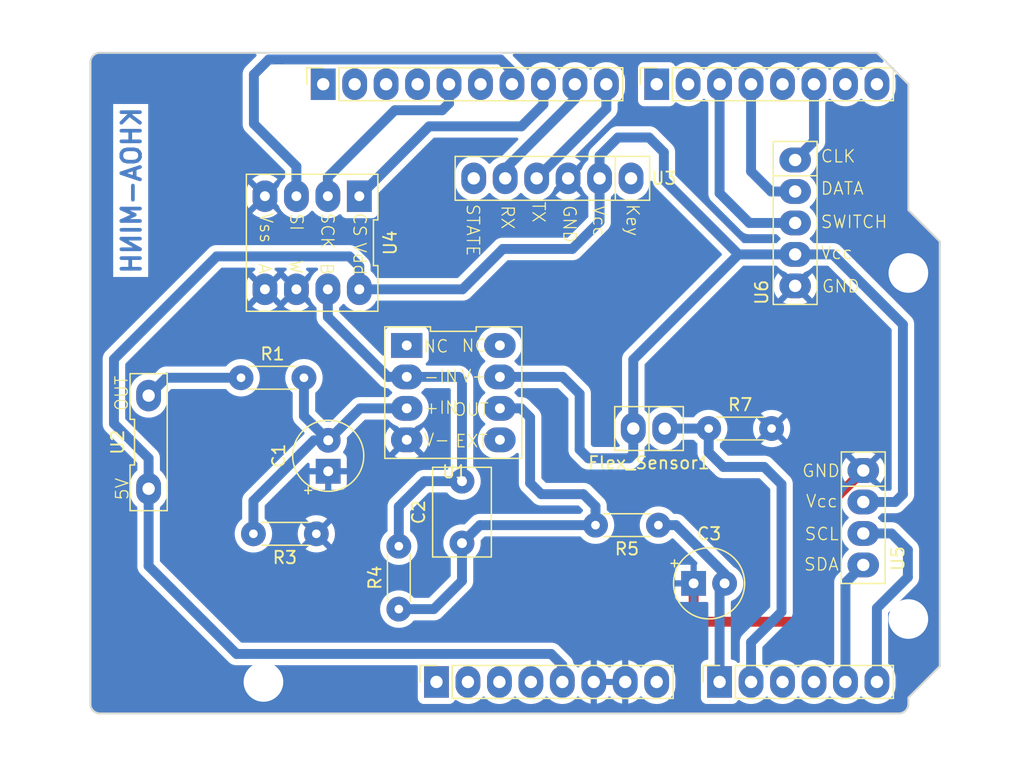
<source format=kicad_pcb>
(kicad_pcb (version 20221018) (generator pcbnew)
  (title_block (date "mar. 31 mars 2015"))
  (layers (0 "F.Cu" signal) (31 "B.Cu" signal) (34 "B.Paste" user) (35 "F.Paste" user) (36 "B.SilkS" user "B.Silkscreen") (37 "F.SilkS" user "F.Silkscreen") (38 "B.Mask" user) (39 "F.Mask" user) (44 "Edge.Cuts" user))
  (net 0 "")
  (net 1 "GND")
  (net 3 "5V")
  (net 4 "/IOREF")
  (net 5 "Vcc")
  (net 6 "Voltage_diviseur")
  (net 7 "/A2")
  (net 8 "/A3")
  (net 9 "SCL")
  (net 10 "SDA")
  (net 11 "SCK")
  (net 12 "/12")
  (net 13 "/AREF")
  (net 14 "RX")
  (net 15 "/7")
  (net 16 "SI")
  (net 17 "CS")
  (net 18 "TX")
  (net 19 "/*6")
  (net 20 "/TX{slash}1")
  (net 21 "/*3")
  (net 22 "/RX{slash}0")
  (net 23 "+3V3")
  (net 24 "ADC")
  (net 25 "/~{RESET}")
  (net 27 "Net-(U1--IN)")
  (net 28 "Net-(U1-+IN)")
  (net 30 "Net-(U1-OUT)")
  (net 34 "CLK")
  (net 35 "DATA")
  (net 36 "Switch")
  (net 37 "Net-(U2-OUT)")
  (footprint "Connector_PinSocket_2.54mm:PinSocket_1x08_P2.54mm_Vertical" (layer "F.Cu") (at 127.94 97.46 90)
    (fp_text reference "J1" hide)
    (fp_text value "Power")
    (fp_line (start -1.33 1.27) (end -1.33 19.11) (stroke (width 0.12)) (layer "F.SilkS"))
    (fp_line (start -1.33 1.27) (end 1.33 1.27) (stroke (width 0.12)) (layer "F.SilkS"))
    (fp_line (start -1.33 19.11) (end 1.33 19.11) (stroke (width 0.12)) (layer "F.SilkS"))
    (fp_line (start 0 -1.33) (end 1.33 -1.33) (stroke (width 0.12)) (layer "F.SilkS"))
    (fp_line (start 1.33 -1.33) (end 1.33 0) (stroke (width 0.12)) (layer "F.SilkS"))
    (fp_line (start 1.33 1.27) (end 1.33 19.11) (stroke (width 0.12)) (layer "F.SilkS"))
    (pad "1" thru_hole rect locked (at 0 0 90) (size 2.54 2) (drill 1) (layers "*.Cu" "*.Mask"))
    (pad "2" thru_hole oval locked (at 0 2.54 90) (size 2.54 2) (drill 1) (layers "*.Cu" "*.Mask") (net 4 "/IOREF"))
    (pad "3" thru_hole oval locked (at 0 5.08 90) (size 2.54 2) (drill 1) (layers "*.Cu" "*.Mask") (net 25 "/~{RESET}"))
    (pad "4" thru_hole oval locked (at 0 7.62 90) (size 2.54 2) (drill 1) (layers "*.Cu" "*.Mask") (net 23 "+3V3"))
    (pad "5" thru_hole oval locked (at 0 10.16 90) (size 2.54 2) (drill 1) (layers "*.Cu" "*.Mask") (net 3 "5V"))
    (pad "6" thru_hole oval locked (at 0 12.7 90) (size 2.54 2) (drill 1) (layers "*.Cu" "*.Mask") (net 1 "GND"))
    (pad "7" thru_hole oval locked (at 0 15.24 90) (size 2.54 2) (drill 1) (layers "*.Cu" "*.Mask") (net 1 "GND"))
    (pad "8" thru_hole oval locked (at 0 17.78 90) (size 2.54 2) (drill 1) (layers "*.Cu" "*.Mask") (net 5 "Vcc"))
  )
  (footprint "Connector_PinSocket_2.54mm:PinSocket_1x06_P2.54mm_Vertical" (layer "F.Cu") (at 150.8 97.46 90)
    (fp_text reference "J3" hide)
    (fp_text value "Analog")
    (fp_line (start -1.33 1.27) (end -1.33 14.03) (stroke (width 0.12)) (layer "F.SilkS"))
    (fp_line (start -1.33 1.27) (end 1.33 1.27) (stroke (width 0.12)) (layer "F.SilkS"))
    (fp_line (start -1.33 14.03) (end 1.33 14.03) (stroke (width 0.12)) (layer "F.SilkS"))
    (fp_line (start 0 -1.33) (end 1.33 -1.33) (stroke (width 0.12)) (layer "F.SilkS"))
    (fp_line (start 1.33 -1.33) (end 1.33 0) (stroke (width 0.12)) (layer "F.SilkS"))
    (fp_line (start 1.33 1.27) (end 1.33 14.03) (stroke (width 0.12)) (layer "F.SilkS"))
    (pad "1" thru_hole rect locked (at 0 0 90) (size 2.54 2) (drill 1) (layers "*.Cu" "*.Mask") (net 24 "ADC"))
    (pad "2" thru_hole oval locked (at 0 2.54 90) (size 2.54 2) (drill 1) (layers "*.Cu" "*.Mask") (net 6 "Voltage_diviseur"))
    (pad "3" thru_hole oval locked (at 0 5.08 90) (size 2.54 2) (drill 1) (layers "*.Cu" "*.Mask") (net 7 "/A2"))
    (pad "4" thru_hole oval locked (at 0 7.62 90) (size 2.54 2) (drill 1) (layers "*.Cu" "*.Mask") (net 8 "/A3"))
    (pad "5" thru_hole oval locked (at 0 10.16 90) (size 2.54 2) (drill 1) (layers "*.Cu" "*.Mask") (net 10 "SDA"))
    (pad "6" thru_hole oval locked (at 0 12.7 90) (size 2.54 2) (drill 1) (layers "*.Cu" "*.Mask") (net 9 "SCL"))
  )
  (footprint "Connector_PinSocket_2.54mm:PinSocket_1x10_P2.54mm_Vertical" (layer "F.Cu") (at 118.796 49.2 90)
    (fp_text reference "J2" hide)
    (fp_text value "Digital/PWM")
    (fp_line (start -1.33 1.27) (end -1.33 24.19) (stroke (width 0.12)) (layer "F.SilkS"))
    (fp_line (start -1.33 1.27) (end 1.33 1.27) (stroke (width 0.12)) (layer "F.SilkS"))
    (fp_line (start -1.33 24.19) (end 1.33 24.19) (stroke (width 0.12)) (layer "F.SilkS"))
    (fp_line (start 0 -1.33) (end 1.33 -1.33) (stroke (width 0.12)) (layer "F.SilkS"))
    (fp_line (start 1.33 -1.33) (end 1.33 0) (stroke (width 0.12)) (layer "F.SilkS"))
    (fp_line (start 1.33 1.27) (end 1.33 24.19) (stroke (width 0.12)) (layer "F.SilkS"))
    (pad "1" thru_hole rect locked (at 0 0 90) (size 2.54 2) (drill 1) (layers "*.Cu" "*.Mask"))
    (pad "2" thru_hole oval locked (at 0 2.54 90) (size 2.54 2) (drill 1) (layers "*.Cu" "*.Mask"))
    (pad "3" thru_hole oval locked (at 0 5.08 90) (size 2.54 2) (drill 1) (layers "*.Cu" "*.Mask") (net 13 "/AREF"))
    (pad "4" thru_hole oval locked (at 0 7.62 90) (size 2.54 2) (drill 1) (layers "*.Cu" "*.Mask") (net 1 "GND"))
    (pad "5" thru_hole oval locked (at 0 10.16 90) (size 2.54 2) (drill 1) (layers "*.Cu" "*.Mask") (net 11 "SCK"))
    (pad "6" thru_hole oval locked (at 0 12.7 90) (size 2.54 2) (drill 1) (layers "*.Cu" "*.Mask") (net 12 "/12"))
    (pad "7" thru_hole oval locked (at 0 15.24 90) (size 2.54 2) (drill 1) (layers "*.Cu" "*.Mask") (net 16 "SI"))
    (pad "8" thru_hole oval locked (at 0 17.78 90) (size 2.54 2) (drill 1) (layers "*.Cu" "*.Mask") (net 17 "CS"))
    (pad "9" thru_hole oval locked (at 0 20.32 90) (size 2.54 2) (drill 1) (layers "*.Cu" "*.Mask") (net 14 "RX"))
    (pad "10" thru_hole oval locked (at 0 22.86 90) (size 2.54 2) (drill 1) (layers "*.Cu" "*.Mask") (net 18 "TX"))
  )
  (footprint "Connector_PinSocket_2.54mm:PinSocket_1x08_P2.54mm_Vertical" (layer "F.Cu") (at 145.72 49.2 90)
    (fp_text reference "J4" hide)
    (fp_text value "Digital/PWM")
    (fp_line (start -1.33 1.27) (end -1.33 19.11) (stroke (width 0.12)) (layer "F.SilkS"))
    (fp_line (start -1.33 1.27) (end 1.33 1.27) (stroke (width 0.12)) (layer "F.SilkS"))
    (fp_line (start -1.33 19.11) (end 1.33 19.11) (stroke (width 0.12)) (layer "F.SilkS"))
    (fp_line (start 0 -1.33) (end 1.33 -1.33) (stroke (width 0.12)) (layer "F.SilkS"))
    (fp_line (start 1.33 -1.33) (end 1.33 0) (stroke (width 0.12)) (layer "F.SilkS"))
    (fp_line (start 1.33 1.27) (end 1.33 19.11) (stroke (width 0.12)) (layer "F.SilkS"))
    (pad "1" thru_hole rect locked (at 0 0 90) (size 2.54 2) (drill 1) (layers "*.Cu" "*.Mask") (net 15 "/7"))
    (pad "2" thru_hole oval locked (at 0 2.54 90) (size 2.54 2) (drill 1) (layers "*.Cu" "*.Mask") (net 19 "/*6"))
    (pad "3" thru_hole oval locked (at 0 5.08 90) (size 2.54 2) (drill 1) (layers "*.Cu" "*.Mask") (net 36 "Switch"))
    (pad "4" thru_hole oval locked (at 0 7.62 90) (size 2.54 2) (drill 1) (layers "*.Cu" "*.Mask") (net 35 "DATA"))
    (pad "5" thru_hole oval locked (at 0 10.16 90) (size 2.54 2) (drill 1) (layers "*.Cu" "*.Mask") (net 21 "/*3"))
    (pad "6" thru_hole oval locked (at 0 12.7 90) (size 2.54 2) (drill 1) (layers "*.Cu" "*.Mask") (net 34 "CLK"))
    (pad "7" thru_hole oval locked (at 0 15.24 90) (size 2.54 2) (drill 1) (layers "*.Cu" "*.Mask") (net 20 "/TX{slash}1"))
    (pad "8" thru_hole oval locked (at 0 17.78 90) (size 2.54 2) (drill 1) (layers "*.Cu" "*.Mask") (net 22 "/RX{slash}0"))
  )
  (footprint "Capacitor_THT:C_Rect_L7.0mm_W4.5mm_P5.00mm" (layer "F.Cu") (at 130 86.25 90)
    (fp_text reference "C2" (at 2.5 -3.5 90) (layer "F.SilkS"))
    (fp_text value "1u")
    (fp_line (start -1.12 -2.37) (end -1.12 2.37) (stroke (width 0.12)) (layer "F.SilkS"))
    (fp_line (start -1.12 -2.37) (end 6.12 -2.37) (stroke (width 0.12)) (layer "F.SilkS"))
    (fp_line (start -1.12 2.37) (end 6.12 2.37) (stroke (width 0.12)) (layer "F.SilkS"))
    (fp_line (start 6.12 -2.37) (end 6.12 2.37) (stroke (width 0.12)) (layer "F.SilkS"))
    (pad "1" thru_hole circle (at 0 0 90) (size 2 2) (drill 0.8) (layers "*.Cu" "*.Mask") (net 30 "Net-(U1-OUT)"))
    (pad "2" thru_hole circle (at 5 0 90) (size 2 2) (drill 0.8) (layers "*.Cu" "*.Mask") (net 27 "Net-(U1--IN)"))
  )
  (footprint "Library_insa_project:Encodeur rotatoire" (layer "F.Cu") (at 156.9 60.4 -90)
    (fp_text reference "U6" (at 5.6 2.7 90) (layer "F.SilkS"))
    (fp_text value "Encode_Rota")
    (fp_text user "DATA" (at -2.2 -2 unlocked) (layer "F.SilkS") (effects (font (thickness 0.1)) (justify left bottom)))
    (fp_text user "SWITCH" (at 0.5 -2 unlocked) (layer "F.SilkS") (effects (font (thickness 0.1)) (justify left bottom)))
    (fp_text user "GND" (at 5.7 -2.1 unlocked) (layer "F.SilkS") (effects (font (thickness 0.1)) (justify left bottom)))
    (fp_text user "Vcc" (at 3 -2 unlocked) (layer "F.SilkS") (effects (font (thickness 0.1)) (justify left bottom)))
    (fp_text user "CLK" (at -4.8 -2 unlocked) (layer "F.SilkS") (effects (font (thickness 0.1)) (justify left bottom)))
    (fp_line (start -6.58 -1.77) (end 6.58 -1.77) (stroke (width 0.12)) (layer "F.SilkS"))
    (fp_line (start -6.58 1.77) (end -6.58 -1.77) (stroke (width 0.12)) (layer "F.SilkS"))
    (fp_line (start -3.81 -1.77) (end -3.81 1.77) (stroke (width 0.12)) (layer "F.SilkS"))
    (fp_line (start 6.58 -1.77) (end 6.58 1.77) (stroke (width 0.12)) (layer "F.SilkS"))
    (fp_line (start 6.58 1.77) (end -6.58 1.77) (stroke (width 0.12)) (layer "F.SilkS"))
    (pad "1" thru_hole oval (at -5.08 0 270) (size 2 2.54) (drill 1) (layers "*.Cu" "*.Mask") (net 34 "CLK"))
    (pad "2" thru_hole oval (at -2.54 0 270) (size 2 2.54) (drill 1) (layers "*.Cu" "*.Mask") (net 35 "DATA"))
    (pad "3" thru_hole oval (at 0 0 270) (size 2 2.54) (drill 1) (layers "*.Cu" "*.Mask") (net 36 "Switch"))
    (pad "4" thru_hole oval (at 2.54 0 270) (size 2 2.54) (drill 1) (layers "*.Cu" "*.Mask") (net 3 "5V"))
    (pad "5" thru_hole oval (at 5.08 0 270) (size 2 2.54) (drill 1) (layers "*.Cu" "*.Mask") (net 1 "GND"))
  )
  (footprint "Resistor_THT:R_Axial_DIN0204_L3.6mm_D1.6mm_P5.08mm_Horizontal" (layer "F.Cu") (at 118.24 85.5 180)
    (fp_text reference "R3" (at 2.54 -1.92 180) (layer "F.SilkS"))
    (fp_text value "100k")
    (fp_line (start 0.62 -0.92) (end 4.46 -0.92) (stroke (width 0.12)) (layer "F.SilkS"))
    (fp_line (start 0.62 0.92) (end 4.46 0.92) (stroke (width 0.12)) (layer "F.SilkS"))
    (pad "1" thru_hole circle (at 0 0 180) (size 2 2) (drill 0.7) (layers "*.Cu" "*.Mask") (net 1 "GND"))
    (pad "2" thru_hole circle (at 5.08 0 180) (size 2 2) (drill 0.7) (layers "*.Cu" "*.Mask") (net 28 "Net-(U1-+IN)"))
  )
  (footprint "Library_insa_project:LTC1050" (layer "F.Cu") (at 129.3 74.1 -90)
    (fp_text reference "U1" (at 6.4 -0.1) (layer "F.SilkS"))
    (fp_text value "LTC1050")
    (fp_text user "NC" (at -3.15 2.5 unlocked) (layer "F.SilkS") (effects (font (thickness 0.1)) (justify left bottom)))
    (fp_text user "+IN" (at 1.8 2.45 unlocked) (layer "F.SilkS") (effects (font (thickness 0.1)) (justify left bottom)))
    (fp_text user "NC" (at -3.2 -0.6 unlocked) (layer "F.SilkS") (effects (font (thickness 0.1)) (justify left bottom)))
    (fp_text user "V-" (at 4.4 2.45 unlocked) (layer "F.SilkS") (effects (font (thickness 0.1)) (justify left bottom)))
    (fp_text user "EXT" (at 4.5 -0.1 unlocked) (layer "F.SilkS") (effects (font (thickness 0.1)) (justify left bottom)))
    (fp_text user "-IN" (at -0.7 2.45 unlocked) (layer "F.SilkS") (effects (font (thickness 0.1)) (justify left bottom)))
    (fp_text user "V+" (at -0.75 -0.55 unlocked) (layer "F.SilkS") (effects (font (thickness 0.1)) (justify left bottom)))
    (fp_text user "OUT" (at 1.95 0.05 unlocked) (layer "F.SilkS") (effects (font (thickness 0.1)) (justify left bottom)))
    (fp_line (start -5.31 -5.53) (end -5.31 -1.843333) (stroke (width 0.12)) (layer "F.SilkS"))
    (fp_line (start -5.31 -1.843333) (end -4.95 -1.843333) (stroke (width 0.12)) (layer "F.SilkS"))
    (fp_line (start -5.31 1.843333) (end -5.31 5.53) (stroke (width 0.12)) (layer "F.SilkS"))
    (fp_line (start -5.31 5.53) (end 5.31 5.53) (stroke (width 0.12)) (layer "F.SilkS"))
    (fp_line (start -4.95 -1.843333) (end -4.95 1.843333) (stroke (width 0.12)) (layer "F.SilkS"))
    (fp_line (start -4.95 1.843333) (end -5.31 1.843333) (stroke (width 0.12)) (layer "F.SilkS"))
    (fp_line (start 5.31 -5.53) (end -5.31 -5.53) (stroke (width 0.12)) (layer "F.SilkS"))
    (fp_line (start 5.31 5.53) (end 5.31 -5.53) (stroke (width 0.12)) (layer "F.SilkS"))
    (pad "1" thru_hole rect (at -3.81 3.76 270) (size 2 2.54) (drill 0.8) (layers "*.Cu" "*.Mask"))
    (pad "2" thru_hole oval (at -1.27 3.76 270) (size 2 2.54) (drill 0.8) (layers "*.Cu" "*.Mask") (net 27 "Net-(U1--IN)"))
    (pad "3" thru_hole oval (at 1.27 3.76 270) (size 2 2.54) (drill 0.8) (layers "*.Cu" "*.Mask") (net 28 "Net-(U1-+IN)"))
    (pad "4" thru_hole oval (at 3.81 3.76 270) (size 2 2.54) (drill 0.8) (layers "*.Cu" "*.Mask") (net 1 "GND"))
    (pad "5" thru_hole oval (at 3.81 -3.76 270) (size 2 2.54) (drill 0.8) (layers "*.Cu" "*.Mask"))
    (pad "6" thru_hole oval (at 1.27 -3.76 270) (size 2 2.54) (drill 0.8) (layers "*.Cu" "*.Mask") (net 30 "Net-(U1-OUT)"))
    (pad "7" thru_hole oval (at -1.27 -3.76 270) (size 2 2.54) (drill 0.8) (layers "*.Cu" "*.Mask") (net 3 "5V"))
    (pad "8" thru_hole oval (at -3.81 -3.76 270) (size 2 2.54) (drill 0.8) (layers "*.Cu" "*.Mask"))
  )
  (footprint "Library_insa_project:Pot_Digital" (layer "F.Cu") (at 117.9 62 180)
    (fp_text reference "U4" (at -6.31 0 90) (layer "F.SilkS"))
    (fp_text value "MCP41050")
    (fp_text user "Vdd" (at -3.25 0.1 270 unlocked) (layer "F.SilkS") (effects (font (thickness 0.1)) (justify left bottom)))
    (fp_text user "CS" (at -3.25 2.5 270 unlocked) (layer "F.SilkS") (effects (font (thickness 0.1)) (justify left bottom)))
    (fp_text user "B" (at -0.6 -1.55 270 unlocked) (layer "F.SilkS") (effects (font (thickness 0.1)) (justify left bottom)))
    (fp_text user "Vss" (at 4.3 2.5 270 unlocked) (layer "F.SilkS") (effects (font (thickness 0.1)) (justify left bottom)))
    (fp_text user "SI" (at 1.85 2.45 270 unlocked) (layer "F.SilkS") (effects (font (thickness 0.1)) (justify left bottom)))
    (fp_text user "A" (at 4.4 -1.6 270 unlocked) (layer "F.SilkS") (effects (font (thickness 0.1)) (justify left bottom)))
    (fp_text user "SCK" (at -0.65 2.5 270 unlocked) (layer "F.SilkS") (effects (font (thickness 0.1)) (justify left bottom)))
    (fp_text user "W" (at 1.9 -1.3 270 unlocked) (layer "F.SilkS") (effects (font (thickness 0.1)) (justify left bottom)))
    (fp_line (start -5.31 -5.53) (end -5.31 -1.843333) (stroke (width 0.12)) (layer "F.SilkS"))
    (fp_line (start -5.31 -1.843333) (end -4.95 -1.843333) (stroke (width 0.12)) (layer "F.SilkS"))
    (fp_line (start -5.31 1.843333) (end -5.31 5.53) (stroke (width 0.12)) (layer "F.SilkS"))
    (fp_line (start -5.31 5.53) (end 5.31 5.53) (stroke (width 0.12)) (layer "F.SilkS"))
    (fp_line (start -4.95 -1.843333) (end -4.95 1.843333) (stroke (width 0.12)) (layer "F.SilkS"))
    (fp_line (start -4.95 1.843333) (end -5.31 1.843333) (stroke (width 0.12)) (layer "F.SilkS"))
    (fp_line (start 5.31 -5.53) (end -5.31 -5.53) (stroke (width 0.12)) (layer "F.SilkS"))
    (fp_line (start 5.31 5.53) (end 5.31 -5.53) (stroke (width 0.12)) (layer "F.SilkS"))
    (pad "1" thru_hole rect (at -3.81 3.76 180) (size 2 2.54) (drill 0.8) (layers "*.Cu" "*.Mask") (net 17 "CS"))
    (pad "2" thru_hole oval (at -1.27 3.76 180) (size 2 2.54) (drill 0.8) (layers "*.Cu" "*.Mask") (net 11 "SCK"))
    (pad "3" thru_hole oval (at 1.27 3.76 180) (size 2 2.54) (drill 0.8) (layers "*.Cu" "*.Mask") (net 16 "SI"))
    (pad "4" thru_hole oval (at 3.81 3.76 180) (size 2 2.54) (drill 0.8) (layers "*.Cu" "*.Mask") (net 1 "GND"))
    (pad "5" thru_hole oval (at 3.81 -3.76 180) (size 2 2.54) (drill 0.8) (layers "*.Cu" "*.Mask") (net 1 "GND"))
    (pad "6" thru_hole oval (at 1.27 -3.76 180) (size 2 2.54) (drill 0.8) (layers "*.Cu" "*.Mask") (net 1 "GND"))
    (pad "7" thru_hole oval (at -1.27 -3.76 180) (size 2 2.54) (drill 0.8) (layers "*.Cu" "*.Mask") (net 27 "Net-(U1--IN)"))
    (pad "8" thru_hole oval (at -3.81 -3.76 180) (size 2 2.54) (drill 0.8) (layers "*.Cu" "*.Mask") (net 3 "5V"))
  )
  (footprint "Library_insa_project:Bluetooth HC05-20" (layer "F.Cu") (at 137.3 56.8 180)
    (fp_text reference "U3" (at -9 0) (layer "F.SilkS"))
    (fp_text value "Bluetooth")
    (fp_text user "GND" (at -0.8 -2.1 270 unlocked) (layer "F.SilkS") (effects (font (thickness 0.1)) (justify left bottom)))
    (fp_text user "RX" (at 4.2 -2.1 270 unlocked) (layer "F.SilkS") (effects (font (thickness 0.1)) (justify left bottom)))
    (fp_text user "TX" (at 1.7 -1.8 270 unlocked) (layer "F.SilkS") (effects (font (thickness 0.1)) (justify left bottom)))
    (fp_text user "Vcc" (at -3.2 -2.1 270 unlocked) (layer "F.SilkS") (effects (font (thickness 0.1)) (justify left bottom)))
    (fp_text user "STATE" (at 7 -2 270 unlocked) (layer "F.SilkS") (effects (font (thickness 0.1)) (justify left bottom)))
    (fp_text user "Key" (at -5.9 -2 270 unlocked) (layer "F.SilkS") (effects (font (thickness 0.1)) (justify left bottom)))
    (fp_line (start -7.85 -1.77) (end 7.85 -1.77) (stroke (width 0.12)) (layer "F.SilkS"))
    (fp_line (start -7.85 1.77) (end -7.85 -1.77) (stroke (width 0.12)) (layer "F.SilkS"))
    (fp_line (start -5.08 -1.77) (end -5.08 1.77) (stroke (width 0.12)) (layer "F.SilkS"))
    (fp_line (start 7.85 -1.77) (end 7.85 1.77) (stroke (width 0.12)) (layer "F.SilkS"))
    (fp_line (start 7.85 1.77) (end -7.85 1.77) (stroke (width 0.12)) (layer "F.SilkS"))
    (pad "1" thru_hole oval (at -6.35 0 180) (size 2 2.54) (drill 1) (layers "*.Cu" "*.Mask"))
    (pad "2" thru_hole oval (at -3.81 0 180) (size 2 2.54) (drill 1) (layers "*.Cu" "*.Mask") (net 3 "5V"))
    (pad "3" thru_hole oval (at -1.27 0 180) (size 2 2.54) (drill 1) (layers "*.Cu" "*.Mask") (net 1 "GND"))
    (pad "4" thru_hole oval (at 1.27 0 180) (size 2 2.54) (drill 1) (layers "*.Cu" "*.Mask") (net 18 "TX"))
    (pad "5" thru_hole oval (at 3.81 0 180) (size 2 2.54) (drill 1) (layers "*.Cu" "*.Mask") (net 14 "RX"))
    (pad "6" thru_hole oval (at 6.35 0 180) (size 2 2.54) (drill 1) (layers "*.Cu" "*.Mask"))
  )
  (footprint "Capacitor_THT:CP_Radial_Tantal_D5.5mm_P2.50mm" (layer "F.Cu") (at 148.703631 89.5)
    (fp_text reference "C3" (at 1.25 -4) (layer "F.SilkS"))
    (fp_text value "100n")
    (fp_line (start -1.822262 -1.615) (end -1.272262 -1.615) (stroke (width 0.12)) (layer "F.SilkS"))
    (fp_line (start -1.547262 -1.89) (end -1.547262 -1.34) (stroke (width 0.12)) (layer "F.SilkS"))
    (fp_circle (center 1.25 0) (end 4.12 0) (stroke (width 0.12)) (fill none) (layer "F.SilkS"))
    (pad "1" thru_hole rect (at 0 0) (size 2 2) (drill 0.8) (layers "*.Cu" "*.Mask") (net 1 "GND"))
    (pad "2" thru_hole circle (at 2.5 0) (size 2 2) (drill 0.8) (layers "*.Cu" "*.Mask") (net 24 "ADC"))
  )
  (footprint "Resistor_THT:R_Axial_DIN0204_L3.6mm_D1.6mm_P5.08mm_Horizontal" (layer "F.Cu") (at 112.16 72.9)
    (fp_text reference "R1" (at 2.54 -1.92) (layer "F.SilkS"))
    (fp_text value "10k")
    (fp_line (start 0.62 -0.92) (end 4.46 -0.92) (stroke (width 0.12)) (layer "F.SilkS"))
    (fp_line (start 0.62 0.92) (end 4.46 0.92) (stroke (width 0.12)) (layer "F.SilkS"))
    (pad "1" thru_hole circle (at 0 0) (size 2 2) (drill 0.7) (layers "*.Cu" "*.Mask") (net 37 "Net-(U2-OUT)"))
    (pad "2" thru_hole circle (at 5.08 0) (size 2 2) (drill 0.7) (layers "*.Cu" "*.Mask") (net 28 "Net-(U1-+IN)"))
  )
  (footprint "Resistor_THT:R_Axial_DIN0204_L3.6mm_D1.6mm_P5.08mm_Horizontal" (layer "F.Cu") (at 149.92 77)
    (fp_text reference "R7" (at 2.54 -1.92) (layer "F.SilkS"))
    (fp_text value "30k")
    (fp_line (start 0.62 -0.92) (end 4.46 -0.92) (stroke (width 0.12)) (layer "F.SilkS"))
    (fp_line (start 0.62 0.92) (end 4.46 0.92) (stroke (width 0.12)) (layer "F.SilkS"))
    (pad "1" thru_hole circle (at 0 0) (size 2 2) (drill 0.7) (layers "*.Cu" "*.Mask") (net 6 "Voltage_diviseur"))
    (pad "2" thru_hole circle (at 5.08 0) (size 2 2) (drill 0.7) (layers "*.Cu" "*.Mask") (net 1 "GND"))
  )
  (footprint "Arduino_MountingHole:MountingHole_3.2mm" (layer "F.Cu") (at 115.24 49.2)
    (fp_text reference "MH1" hide)
    (fp_text value "MountingHole_3.2mm" hide)
    (pad "" np_thru_hole circle locked (at 0 0) (size 3.2 3.2) (drill 3.2) (layers "*.Cu" "*.Mask"))
  )
  (footprint "Capacitor_THT:CP_Radial_Tantal_D5.5mm_P2.50mm" (layer "F.Cu") (at 119.2 80.45 90)
    (fp_text reference "C1" (at 1.25 -4 90) (layer "F.SilkS"))
    (fp_text value "100n")
    (fp_line (start -1.822262 -1.615) (end -1.272262 -1.615) (stroke (width 0.12)) (layer "F.SilkS"))
    (fp_line (start -1.547262 -1.89) (end -1.547262 -1.34) (stroke (width 0.12)) (layer "F.SilkS"))
    (fp_circle (center 1.25 0) (end 4.12 0) (stroke (width 0.12)) (fill none) (layer "F.SilkS"))
    (pad "1" thru_hole rect (at 0 0 90) (size 2 2) (drill 0.8) (layers "*.Cu" "*.Mask") (net 1 "GND"))
    (pad "2" thru_hole circle (at 2.5 0 90) (size 2 2) (drill 0.8) (layers "*.Cu" "*.Mask") (net 28 "Net-(U1-+IN)"))
  )
  (footprint "Library_insa_project:Ecran OLED" (layer "F.Cu") (at 162.4 84.2 -90)
    (fp_text reference "U5" (at 3.3 -2.8 90) (layer "F.SilkS"))
    (fp_text value "OLED")
    (fp_text user "SDA" (at 4.35 4.85 unlocked) (layer "F.SilkS") (effects (font (thickness 0.1)) (justify left bottom)))
    (fp_text user "GND" (at -3.2 5 unlocked) (layer "F.SilkS") (effects (font (thickness 0.1)) (justify left bottom)))
    (fp_text user "SCL" (at 1.9 4.8 unlocked) (layer "F.SilkS") (effects (font (thickness 0.1)) (justify left bottom)))
    (fp_text user "Vcc" (at -0.75 4.7 unlocked) (layer "F.SilkS") (effects (font (thickness 0.1)) (justify left bottom)))
    (fp_line (start -5.31 -1.77) (end 5.31 -1.77) (stroke (width 0.12)) (layer "F.SilkS"))
    (fp_line (start -5.31 1.77) (end -5.31 -1.77) (stroke (width 0.12)) (layer "F.SilkS"))
    (fp_line (start -2.54 -1.77) (end -2.54 1.77) (stroke (width 0.12)) (layer "F.SilkS"))
    (fp_line (start 5.31 -1.77) (end 5.31 1.77) (stroke (width 0.12)) (layer "F.SilkS"))
    (fp_line (start 5.31 1.77) (end -5.31 1.77) (stroke (width 0.12)) (layer "F.SilkS"))
    (pad "1" thru_hole oval (at -3.81 0 270) (size 2 2.54) (drill 1) (layers "*.Cu" "*.Mask") (net 1 "GND"))
    (pad "2" thru_hole oval (at -1.27 0 270) (size 2 2.54) (drill 1) (layers "*.Cu" "*.Mask") (net 3 "5V"))
    (pad "3" thru_hole oval (at 1.27 0 270) (size 2 2.54) (drill 1) (layers "*.Cu" "*.Mask") (net 9 "SCL"))
    (pad "4" thru_hole oval (at 3.81 0 270) (size 2 2.54) (drill 1) (layers "*.Cu" "*.Mask") (net 10 "SDA"))
  )
  (footprint "Resistor_THT:R_Axial_DIN0204_L3.6mm_D1.6mm_P5.08mm_Horizontal" (layer "F.Cu") (at 145.86 84.8 180)
    (fp_text reference "R5" (at 2.54 -1.92 180) (layer "F.SilkS"))
    (fp_text value "1k")
    (fp_line (start 0.62 -0.92) (end 4.46 -0.92) (stroke (width 0.12)) (layer "F.SilkS"))
    (fp_line (start 0.62 0.92) (end 4.46 0.92) (stroke (width 0.12)) (layer "F.SilkS"))
    (pad "1" thru_hole circle (at 0 0 180) (size 2 2) (drill 0.7) (layers "*.Cu" "*.Mask") (net 24 "ADC"))
    (pad "2" thru_hole circle (at 5.08 0 180) (size 2 2) (drill 0.7) (layers "*.Cu" "*.Mask") (net 30 "Net-(U1-OUT)"))
  )
  (footprint "Library_insa_project:Flex" (layer "F.Cu") (at 145.1 77)
    (fp_text reference "Flex_Sensor1" (at 0 2.77) (layer "F.SilkS"))
    (fp_text value "Flex_sensor")
    (fp_line (start -2.77 -1.77) (end 2.77 -1.77) (stroke (width 0.12)) (layer "F.SilkS"))
    (fp_line (start -2.77 1.77) (end -2.77 -1.77) (stroke (width 0.12)) (layer "F.SilkS"))
    (fp_line (start 0 -1.77) (end 0 1.77) (stroke (width 0.12)) (layer "F.SilkS"))
    (fp_line (start 2.77 -1.77) (end 2.77 1.77) (stroke (width 0.12)) (layer "F.SilkS"))
    (fp_line (start 2.77 1.77) (end -2.77 1.77) (stroke (width 0.12)) (layer "F.SilkS"))
    (pad "1" thru_hole oval (at -1.27 0) (size 2 2.54) (drill 1) (layers "*.Cu" "*.Mask") (net 3 "5V"))
    (pad "2" thru_hole oval (at 1.27 0) (size 2 2.54) (drill 1) (layers "*.Cu" "*.Mask") (net 6 "Voltage_diviseur"))
  )
  (footprint "Arduino_MountingHole:MountingHole_3.2mm" (layer "F.Cu") (at 113.97 97.46)
    (fp_text reference "MH2" hide)
    (fp_text value "MountingHole_3.2mm" hide)
    (pad "" np_thru_hole circle locked (at 0 0) (size 3.2 3.2) (drill 3.2) (layers "*.Cu" "*.Mask"))
  )
  (footprint "Arduino_MountingHole:MountingHole_3.2mm" (layer "F.Cu") (at 166.04 64.44)
    (fp_text reference "MH3" hide)
    (fp_text value "MountingHole_3.2mm" hide)
    (pad "" np_thru_hole circle locked (at 0 0) (size 3.2 3.2) (drill 3.2) (layers "*.Cu" "*.Mask"))
  )
  (footprint "Arduino_MountingHole:MountingHole_3.2mm" (layer "F.Cu") (at 166.04 92.38)
    (fp_text reference "MH4" hide)
    (fp_text value "MountingHole_3.2mm" hide)
    (pad "" np_thru_hole circle locked (at 0 0) (size 3.2 3.2) (drill 3.2) (layers "*.Cu" "*.Mask"))
  )
  (footprint "Library_insa_project:Capteur Graphite" (layer "F.Cu") (at 104.7 78.1)
    (fp_text reference "U2" (at -2.5 0 90) (layer "F.SilkS"))
    (fp_text value "Capteur_Graphite")
    (fp_text user "5V" (at -1.55 4.75 90 unlocked) (layer "F.SilkS") (effects (font (thickness 0.1)) (justify left bottom)))
    (fp_text user "OUT" (at -1.6 -2.45 90 unlocked) (layer "F.SilkS") (effects (font (thickness 0.1)) (justify left bottom)))
    (fp_line (start -1.5 -1.843333) (end -1.14 -1.843333) (stroke (width 0.12)) (layer "F.SilkS"))
    (fp_line (start -1.5 1.843333) (end -1.5 5.53) (stroke (width 0.12)) (layer "F.SilkS"))
    (fp_line (start -1.5 5.53) (end 1.499999 5.53) (stroke (width 0.12)) (layer "F.SilkS"))
    (fp_line (start -1.499999 -5.53) (end -1.5 -1.843333) (stroke (width 0.12)) (layer "F.SilkS"))
    (fp_line (start -1.14 -1.843333) (end -1.14 1.843333) (stroke (width 0.12)) (layer "F.SilkS"))
    (fp_line (start -1.14 1.843333) (end -1.5 1.843333) (stroke (width 0.12)) (layer "F.SilkS"))
    (fp_line (start 1.499999 5.53) (end 1.5 -5.53) (stroke (width 0.12)) (layer "F.SilkS"))
    (fp_line (start 1.5 -5.53) (end -1.499999 -5.53) (stroke (width 0.12)) (layer "F.SilkS"))
    (pad "1" thru_hole oval (at 0 3.76) (size 2 2.54) (drill 1) (layers "*.Cu" "*.Mask") (net 3 "5V"))
    (pad "2" thru_hole oval (at 0 -3.76) (size 2 2.54) (drill 1) (layers "*.Cu" "*.Mask") (net 37 "Net-(U2-OUT)"))
  )
  (footprint "Resistor_THT:R_Axial_DIN0204_L3.6mm_D1.6mm_P5.08mm_Horizontal" (layer "F.Cu") (at 124.9 91.58 90)
    (fp_text reference "R4" (at 2.54 -1.92 90) (layer "F.SilkS"))
    (fp_text value "100k")
    (fp_line (start 0.62 -0.92) (end 4.46 -0.92) (stroke (width 0.12)) (layer "F.SilkS"))
    (fp_line (start 0.62 0.92) (end 4.46 0.92) (stroke (width 0.12)) (layer "F.SilkS"))
    (pad "1" thru_hole circle (at 0 0 90) (size 2 2) (drill 0.7) (layers "*.Cu" "*.Mask") (net 30 "Net-(U1-OUT)"))
    (pad "2" thru_hole circle (at 5.08 0 90) (size 2 2) (drill 0.7) (layers "*.Cu" "*.Mask") (net 27 "Net-(U1--IN)"))
  )
  (gr_line (start 166.04 59.36) (end 168.58 61.9) (stroke (width 0.15)) (layer "Edge.Cuts"))
  (gr_line (start 100 99.238) (end 100 47.422) (stroke (width 0.15)) (layer "Edge.Cuts"))
  (gr_line (start 168.58 61.9) (end 168.58 96.19) (stroke (width 0.15)) (layer "Edge.Cuts"))
  (gr_line (start 165.278 100) (end 100.762 100) (stroke (width 0.15)) (layer "Edge.Cuts"))
  (gr_line (start 100.762 46.66) (end 163.5 46.66) (stroke (width 0.15)) (layer "Edge.Cuts"))
  (gr_arc (start 100.762 100) (mid 100.223185 99.776815) (end 100 99.238) (stroke (width 0.15)) (layer "Edge.Cuts"))
  (gr_line (start 168.58 96.19) (end 166.04 98.73) (stroke (width 0.15)) (layer "Edge.Cuts"))
  (gr_line (start 163.5 46.66) (end 166.04 49.2) (stroke (width 0.15)) (layer "Edge.Cuts"))
  (gr_arc (start 166.04 99.238) (mid 165.816815 99.776815) (end 165.278 100) (stroke (width 0.15)) (layer "Edge.Cuts"))
  (gr_line (start 166.04 49.2) (end 166.04 59.36) (stroke (width 0.15)) (layer "Edge.Cuts"))
  (gr_line (start 166.04 98.73) (end 166.04 99.238) (stroke (width 0.15)) (layer "Edge.Cuts"))
  (gr_arc (start 100 47.422) (mid 100.223185 46.883185) (end 100.762 46.66) (stroke (width 0.15)) (layer "Edge.Cuts"))
  (gr_text "KHOA-MINH" (at 104.2 50.9 90) (layer "B.Cu") (effects (font (size 1.5 1.5) (thickness 0.3) bold) (justify left bottom mirror)))
  (segment (start 149.525 92.65) (end 148.703631 91.828631) (width 0.8) (layer "F.Cu") (net 1))
  (segment (start 149.575 92.6) (end 149.525 92.65) (width 0.8) (layer "F.Cu") (net 1))
  (segment (start 158.7 92.6) (end 149.575 92.6) (width 0.8) (layer "F.Cu") (net 1))
  (segment (start 148.703631 91.828631) (end 148.703631 89.5) (width 0.8) (layer "F.Cu") (net 1))
  (segment (start 158.7 84.09) (end 158.7 92.6) (width 0.8) (layer "F.Cu") (net 1))
  (segment (start 162.4 80.39) (end 158.7 84.09) (width 0.8) (layer "F.Cu") (net 1))
  (segment (start 143.15 97.43) (end 143.18 97.46) (width 0.25) (layer "B.Cu") (net 1))
  (segment (start 114.09 58.24) (end 114.486167 58.24) (width 0.25) (layer "B.Cu") (net 1))
  (segment (start 116.63 65.76) (end 116.9 65.76) (width 0.25) (layer "B.Cu") (net 1))
  (segment (start 111.8 95.2) (end 137.2 95.2) (width 0.8) (layer "B.Cu") (net 3))
  (segment (start 142.6 53.5) (end 141.11 54.99) (width 0.8) (layer "B.Cu") (net 3))
  (segment (start 104.7 79.4) (end 101.9 76.6) (width 0.8) (layer "B.Cu") (net 3))
  (segment (start 143.83 77) (end 143.83 71.432742) (width 0.8) (layer "B.Cu") (net 3))
  (segment (start 140.2 79.4) (end 139.5 78.7) (width 0.8) (layer "B.Cu") (net 3))
  (segment (start 138.1 96.1) (end 138.1 97.46) (width 0.8) (layer "B.Cu") (net 3))
  (segment (start 162.4 82.93) (end 164.97 82.93) (width 0.8) (layer "B.Cu") (net 3))
  (segment (start 101.9 76.6) (end 101.9 71.4) (width 0.8) (layer "B.Cu") (net 3))
  (segment (start 104.7 88.1) (end 111.8 95.2) (width 0.8) (layer "B.Cu") (net 3))
  (segment (start 121.71 63.91) (end 121.71 65.76) (width 0.8) (layer "B.Cu") (net 3))
  (segment (start 152.322742 62.94) (end 146.3 56.917258) (width 0.8) (layer "B.Cu") (net 3))
  (segment (start 138.13 72.83) (end 133.06 72.83) (width 0.8) (layer "B.Cu") (net 3))
  (segment (start 101.9 71.4) (end 110.2 63.1) (width 0.8) (layer "B.Cu") (net 3))
  (segment (start 110.2 63.1) (end 120.9 63.1) (width 0.8) (layer "B.Cu") (net 3))
  (segment (start 143.83 77) (end 143.83 79.07) (width 0.8) (layer "B.Cu") (net 3))
  (segment (start 130.04 65.76) (end 133.3 62.5) (width 0.8) (layer "B.Cu") (net 3))
  (segment (start 145.1 53.5) (end 142.6 53.5) (width 0.8) (layer "B.Cu") (net 3))
  (segment (start 139.5 74.2) (end 138.13 72.83) (width 0.8) (layer "B.Cu") (net 3))
  (segment (start 143.5 79.4) (end 140.2 79.4) (width 0.8) (layer "B.Cu") (net 3))
  (segment (start 121.71 65.76) (end 130.04 65.76) (width 0.8) (layer "B.Cu") (net 3))
  (segment (start 146.3 54.7) (end 145.1 53.5) (width 0.8) (layer "B.Cu") (net 3))
  (segment (start 143.83 71.432742) (end 152.322742 62.94) (width 0.8) (layer "B.Cu") (net 3))
  (segment (start 137.2 95.2) (end 138.1 96.1) (width 0.8) (layer "B.Cu") (net 3))
  (segment (start 138.91 62.5) (end 141.11 60.3) (width 0.8) (layer "B.Cu") (net 3))
  (segment (start 120.9 63.1) (end 121.71 63.91) (width 0.8) (layer "B.Cu") (net 3))
  (segment (start 104.7 81.86) (end 104.7 88.1) (width 0.8) (layer "B.Cu") (net 3))
  (segment (start 165.6 68.6) (end 159.94 62.94) (width 0.8) (layer "B.Cu") (net 3))
  (segment (start 141.11 54.99) (end 141.11 56.8) (width 0.8) (layer "B.Cu") (net 3))
  (segment (start 156.9 62.94) (end 152.322742 62.94) (width 0.8) (layer "B.Cu") (net 3))
  (segment (start 133.3 62.5) (end 138.91 62.5) (width 0.8) (layer "B.Cu") (net 3))
  (segment (start 159.94 62.94) (end 156.9 62.94) (width 0.8) (layer "B.Cu") (net 3))
  (segment (start 139.5 78.7) (end 139.5 74.2) (width 0.8) (layer "B.Cu") (net 3))
  (segment (start 138.43 97.13) (end 138.1 97.46) (width 0.25) (layer "B.Cu") (net 3))
  (segment (start 165.6 82.3) (end 165.6 68.6) (width 0.8) (layer "B.Cu") (net 3))
  (segment (start 143.83 79.07) (end 143.5 79.4) (width 0.8) (layer "B.Cu") (net 3))
  (segment (start 104.7 81.86) (end 104.7 79.4) (width 0.8) (layer "B.Cu") (net 3))
  (segment (start 141.11 60.3) (end 141.11 56.8) (width 0.8) (layer "B.Cu") (net 3))
  (segment (start 164.97 82.93) (end 165.6 82.3) (width 0.8) (layer "B.Cu") (net 3))
  (segment (start 146.3 56.917258) (end 146.3 54.7) (width 0.8) (layer "B.Cu") (net 3))
  (segment (start 149.92 77) (end 146.37 77) (width 0.8) (layer "B.Cu") (net 6))
  (segment (start 153.34 94.26) (end 155.8 91.8) (width 0.8) (layer "B.Cu") (net 6))
  (segment (start 151.1 80.1) (end 149.92 78.92) (width 0.8) (layer "B.Cu") (net 6))
  (segment (start 155.8 91.8) (end 155.8 81.5) (width 0.8) (layer "B.Cu") (net 6))
  (segment (start 154.4 80.1) (end 151.1 80.1) (width 0.8) (layer "B.Cu") (net 6))
  (segment (start 146.52 76.85) (end 146.37 77) (width 0.25) (layer "B.Cu") (net 6))
  (segment (start 153.34 97.46) (end 153.34 94.26) (width 0.8) (layer "B.Cu") (net 6))
  (segment (start 155.8 81.5) (end 154.4 80.1) (width 0.8) (layer "B.Cu") (net 6))
  (segment (start 149.92 78.92) (end 149.92 77) (width 0.8) (layer "B.Cu") (net 6))
  (segment (start 166 86.8) (end 164.67 85.47) (width 0.8) (layer "B.Cu") (net 9))
  (segment (start 166 89) (end 166 86.8) (width 0.8) (layer "B.Cu") (net 9))
  (segment (start 163.5 97.46) (end 163.5 91.5) (width 0.8) (layer "B.Cu") (net 9))
  (segment (start 164.67 85.47) (end 162.4 85.47) (width 0.8) (layer "B.Cu") (net 9))
  (segment (start 163.5 91.5) (end 166 89) (width 0.8) (layer "B.Cu") (net 9))
  (segment (start 160.96 89.45) (end 162.4 88.01) (width 0.8) (layer "B.Cu") (net 10))
  (segment (start 160.96 97.46) (end 160.96 89.45) (width 0.8) (layer "B.Cu") (net 10))
  (segment (start 124.58 51.3) (end 128.4 51.3) (width 0.8) (layer "B.Cu") (net 11))
  (segment (start 119.17 58.24) (end 119.17 56.71) (width 0.8) (layer "B.Cu") (net 11))
  (segment (start 128.4 51.3) (end 128.956 50.744) (width 0.8) (layer "B.Cu") (net 11))
  (segment (start 128.956 50.744) (end 128.956 49.2) (width 0.8) (layer "B.Cu") (net 11))
  (segment (start 119.17 56.71) (end 124.58 51.3) (width 0.8) (layer "B.Cu") (net 11))
  (segment (start 139.116 49.2) (end 139.116 50.402081) (width 0.8) (layer "B.Cu") (net 14))
  (segment (start 133.49 56.028081) (end 133.49 56.8) (width 0.8) (layer "B.Cu") (net 14))
  (segment (start 139.116 50.402081) (end 133.49 56.028081) (width 0.8) (layer "B.Cu") (net 14))
  (segment (start 116.63 58.24) (end 116.63 55.83) (width 0.8) (layer "B.Cu") (net 16))
  (segment (start 113.2 48.411573) (end 114.411573 47.2) (width 0.8) (layer "B.Cu") (net 16))
  (segment (start 134.036 48.136) (end 134.036 49.2) (width 0.8) (layer "B.Cu") (net 16))
  (segment (start 116.63 55.83) (end 113.2 52.4) (width 0.8) (layer "B.Cu") (net 16))
  (segment (start 113.2 52.4) (end 113.2 48.411573) (width 0.8) (layer "B.Cu") (net 16))
  (segment (start 116.63 58.24) (end 117.026167 58.24) (width 0.25) (layer "B.Cu") (net 16))
  (segment (start 114.411573 47.2) (end 133.1 47.2) (width 0.8) (layer "B.Cu") (net 16))
  (segment (start 133.1 47.2) (end 134.036 48.136) (width 0.8) (layer "B.Cu") (net 16))
  (segment (start 134.8 52.6) (end 136.576 50.824) (width 0.8) (layer "B.Cu") (net 17))
  (segment (start 136.576 50.824) (end 136.576 49.2) (width 0.8) (layer "B.Cu") (net 17))
  (segment (start 121.71 58.24) (end 127.35 52.6) (width 0.8) (layer "B.Cu") (net 17))
  (segment (start 127.35 52.6) (end 134.8 52.6) (width 0.8) (layer "B.Cu") (net 17))
  (segment (start 141.656 49.2) (end 141.656 51.174) (width 0.8) (layer "B.Cu") (net 18))
  (segment (start 141.656 51.174) (end 136.03 56.8) (width 0.8) (layer "B.Cu") (net 18))
  (segment (start 147.274213 84.8) (end 151.203631 88.729418) (width 0.8) (layer "B.Cu") (net 24))
  (segment (start 145.86 84.8) (end 147.274213 84.8) (width 0.8) (layer "B.Cu") (net 24))
  (segment (start 150.8 97.46) (end 150.8 89.903631) (width 0.8) (layer "B.Cu") (net 24))
  (segment (start 151.203631 88.729418) (end 151.203631 89.5) (width 0.8) (layer "B.Cu") (net 24))
  (segment (start 150.8 89.903631) (end 151.203631 89.5) (width 0.8) (layer "B.Cu") (net 24))
  (segment (start 126.95 81.25) (end 130 81.25) (width 0.8) (layer "B.Cu") (net 27))
  (segment (start 124.01 72.83) (end 119.17 67.99) (width 0.8) (layer "B.Cu") (net 27))
  (segment (start 124.9 83.3) (end 126.95 81.25) (width 0.8) (layer "B.Cu") (net 27))
  (segment (start 129.73 72.83) (end 130 73.1) (width 0.8) (layer "B.Cu") (net 27))
  (segment (start 124.9 86.5) (end 124.9 83.3) (width 0.8) (layer "B.Cu") (net 27))
  (segment (start 119.08 65.85) (end 119.17 65.76) (width 0.25) (layer "B.Cu") (net 27))
  (segment (start 130 75.7) (end 130 81.25) (width 0.8) (layer "B.Cu") (net 27))
  (segment (start 125.54 72.83) (end 124.01 72.83) (width 0.8) (layer "B.Cu") (net 27))
  (segment (start 119.17 67.99) (end 119.17 65.76) (width 0.8) (layer "B.Cu") (net 27))
  (segment (start 125.54 72.83) (end 129.73 72.83) (width 0.8) (layer "B.Cu") (net 27))
  (segment (start 130 73.1) (end 130 75.7) (width 0.8) (layer "B.Cu") (net 27))
  (segment (start 121.78 75.37) (end 119.2 77.95) (width 0.8) (layer "B.Cu") (net 28))
  (segment (start 113.16 85.5) (end 113.16 82.84) (width 0.8) (layer "B.Cu") (net 28))
  (segment (start 117.24 75.99) (end 119.2 77.95) (width 0.8) (layer "B.Cu") (net 28))
  (segment (start 113.16 82.84) (end 118.05 77.95) (width 0.8) (layer "B.Cu") (net 28))
  (segment (start 117.24 72.9) (end 117.24 75.99) (width 0.8) (layer "B.Cu") (net 28))
  (segment (start 119.08 77.83) (end 119.2 77.95) (width 0.25) (layer "B.Cu") (net 28))
  (segment (start 125.54 75.37) (end 121.78 75.37) (width 0.8) (layer "B.Cu") (net 28))
  (segment (start 118.05 77.95) (end 119.2 77.95) (width 0.8) (layer "B.Cu") (net 28))
  (segment (start 124.9 91.58) (end 124.9 91.35) (width 0.8) (layer "B.Cu") (net 30))
  (segment (start 136.4 82.3) (end 135.5 81.4) (width 0.8) (layer "B.Cu") (net 30))
  (segment (start 124.9 91.58) (end 127.72 91.58) (width 0.8) (layer "B.Cu") (net 30))
  (segment (start 127.72 91.58) (end 130 89.3) (width 0.8) (layer "B.Cu") (net 30))
  (segment (start 135.5 81.4) (end 135.5 76.1) (width 0.8) (layer "B.Cu") (net 30))
  (segment (start 140.78 84.8) (end 140.78 83.28) (width 0.8) (layer "B.Cu") (net 30))
  (segment (start 139.8 82.3) (end 136.4 82.3) (width 0.8) (layer "B.Cu") (net 30))
  (segment (start 134.77 75.37) (end 133.06 75.37) (width 0.8) (layer "B.Cu") (net 30))
  (segment (start 135.5 76.1) (end 134.77 75.37) (width 0.8) (layer "B.Cu") (net 30))
  (segment (start 130 89.3) (end 130 86.25) (width 0.8) (layer "B.Cu") (net 30))
  (segment (start 131.45 84.8) (end 130 86.25) (width 0.8) (layer "B.Cu") (net 30))
  (segment (start 140.78 83.28) (end 139.8 82.3) (width 0.8) (layer "B.Cu") (net 30))
  (segment (start 140.78 84.8) (end 131.45 84.8) (width 0.8) (layer "B.Cu") (net 30))
  (segment (start 158.42 49.2) (end 158.42 53.8) (width 0.8) (layer "B.Cu") (net 34))
  (segment (start 158.42 53.8) (end 156.9 55.32) (width 0.8) (layer "B.Cu") (net 34))
  (segment (start 153.34 56.24) (end 153.34 49.2) (width 0.8) (layer "B.Cu") (net 35))
  (segment (start 156.9 57.86) (end 154.96 57.86) (width 0.8) (layer "B.Cu") (net 35))
  (segment (start 154.96 57.86) (end 153.34 56.24) (width 0.8) (layer "B.Cu") (net 35))
  (segment (start 150.8 58) (end 150.8 49.2) (width 0.8) (layer "B.Cu") (net 36))
  (segment (start 153.2 60.4) (end 150.8 58) (width 0.8) (layer "B.Cu") (net 36))
  (segment (start 156.9 60.4) (end 153.2 60.4) (width 0.8) (layer "B.Cu") (net 36))
  (segment (start 106.14 72.9) (end 104.7 74.34) (width 0.8) (layer "B.Cu") (net 37))
  (segment (start 112.16 72.9) (end 106.14 72.9) (width 0.8) (layer "B.Cu") (net 37))
  (zone (net 1) (net_name "GND") (layer "B.Cu") (connect_pads (clearance 0.508)) (min_thickness 0.25) (fill yes (thermal_gap 0.5) (thermal_bridge_width 0.5))
    (polygon (pts (xy 92.8 42.4) (xy 92.7 104.6) (xy 175.4 104.6) (xy 175.4 43)))
  )
)
</source>
